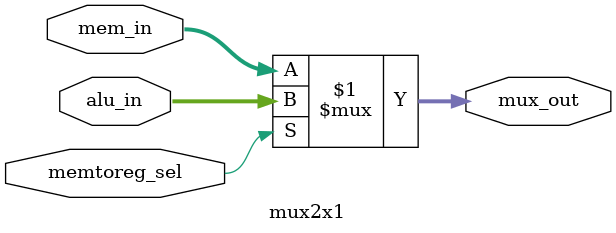
<source format=v>
`timescale 1ns / 1ps

module mux2x1(mem_in, alu_in, memtoreg_sel, mux_out);
    input wire [7:0] mem_in;
    input wire [7:0] alu_in;
    input wire memtoreg_sel;
    output wire [7:0] mux_out;
    
    assign mux_out = (memtoreg_sel) ? alu_in : mem_in;
endmodule

</source>
